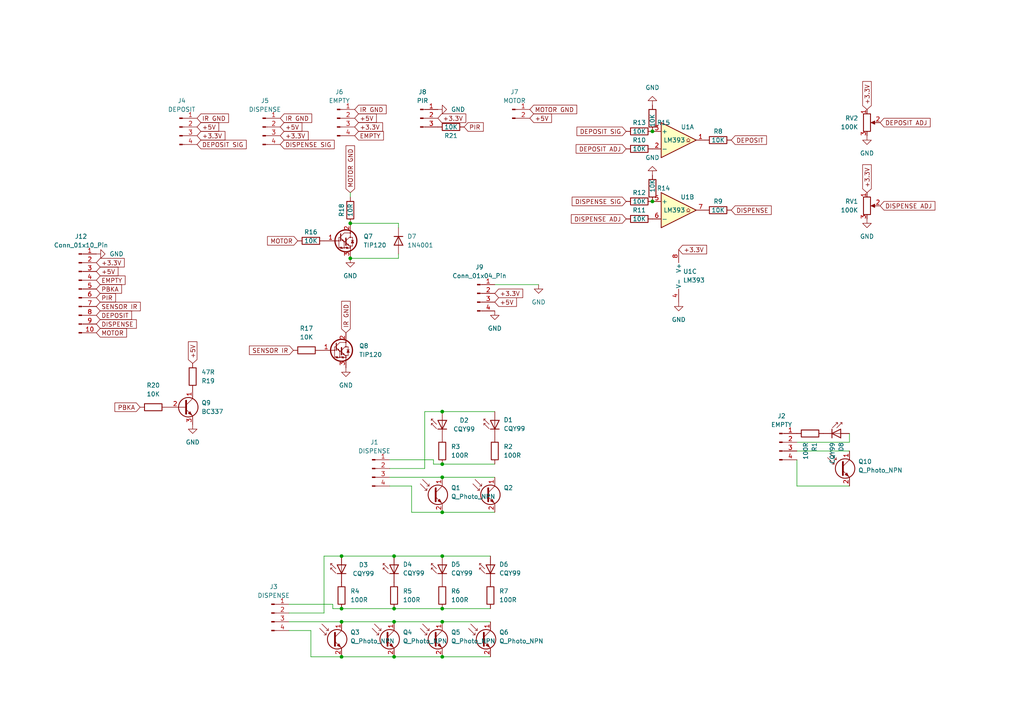
<source format=kicad_sch>
(kicad_sch (version 20230121) (generator eeschema)
  (paper "A4")
  (lib_symbols
    (symbol "Comparator:LM393" (pin_names (offset 0.127))
      (property "Reference" "U" (at 3.81 3.81 0))
      (property "Value" "LM393" (at 6.35 -3.81 0))
      (symbol "LM393_1_1"
        (polyline (pts (xy -5.08 5.08) (xy 5.08 0) (xy -5.08 -5.08) (xy -5.08 5.08)) (stroke (width 0.254)) (fill (type background)))
        (polyline (pts (xy 3.302 -0.508) (xy 2.794 -0.508) (xy 3.302 0) (xy 2.794 0.508) (xy 2.286 0) (xy 2.794 -0.508) (xy 2.286 -0.508)) (stroke (width 0.127)))
        (pin open_collector line (at 7.62 0 180) (length 2.54) (name "~") (number "1"))
        (pin input line (at -7.62 -2.54 0) (length 2.54) (name "-") (number "2"))
        (pin input line (at -7.62 2.54 0) (length 2.54) (name "+") (number "3"))
      )
      (symbol "LM393_2_1"
        (polyline (pts (xy -5.08 5.08) (xy 5.08 0) (xy -5.08 -5.08) (xy -5.08 5.08)) (stroke (width 0.254)) (fill (type background)))
        (polyline (pts (xy 3.302 -0.508) (xy 2.794 -0.508) (xy 3.302 0) (xy 2.794 0.508) (xy 2.286 0) (xy 2.794 -0.508) (xy 2.286 -0.508)) (stroke (width 0.127)))
        (pin input line (at -7.62 2.54 0) (length 2.54) (name "+") (number "5"))
        (pin input line (at -7.62 -2.54 0) (length 2.54) (name "-") (number "6"))
        (pin open_collector line (at 7.62 0 180) (length 2.54) (name "~") (number "7"))
      )
      (symbol "LM393_3_1"
        (pin power_in line (at -2.54 -7.62 90) (length 3.81) (name "V-") (number "4"))
        (pin power_in line (at -2.54 7.62 270) (length 3.81) (name "V+") (number "8"))
      )
    )
    (symbol "Connector:Conn_01x02_Pin" (pin_names (offset 1.016) hide)
      (property "Reference" "J" (at 0 2.54 0))
      (property "Value" "Conn_01x02_Pin" (at 0 -5.08 0))
      (symbol "Conn_01x02_Pin_1_1"
        (polyline (pts (xy 1.27 -2.54) (xy 0.8636 -2.54)) (stroke (width 0.1524)))
        (polyline (pts (xy 1.27 0) (xy 0.8636 0)) (stroke (width 0.1524)))
        (rectangle (start 0.8636 -2.413) (end 0 -2.667) (stroke (width 0.1524)) (fill (type outline)))
        (rectangle (start 0.8636 0.127) (end 0 -0.127) (stroke (width 0.1524)) (fill (type outline)))
        (pin passive line (at 5.08 0 180) (length 3.81) (name "Pin_1") (number "1"))
        (pin passive line (at 5.08 -2.54 180) (length 3.81) (name "Pin_2") (number "2"))
      )
    )
    (symbol "Connector:Conn_01x03_Pin" (pin_names (offset 1.016) hide)
      (property "Reference" "J" (at 0 5.08 0))
      (property "Value" "Conn_01x03_Pin" (at 0 -5.08 0))
      (symbol "Conn_01x03_Pin_1_1"
        (polyline (pts (xy 1.27 -2.54) (xy 0.8636 -2.54)) (stroke (width 0.1524)))
        (polyline (pts (xy 1.27 0) (xy 0.8636 0)) (stroke (width 0.1524)))
        (polyline (pts (xy 1.27 2.54) (xy 0.8636 2.54)) (stroke (width 0.1524)))
        (rectangle (start 0.8636 -2.413) (end 0 -2.667) (stroke (width 0.1524)) (fill (type outline)))
        (rectangle (start 0.8636 0.127) (end 0 -0.127) (stroke (width 0.1524)) (fill (type outline)))
        (rectangle (start 0.8636 2.667) (end 0 2.413) (stroke (width 0.1524)) (fill (type outline)))
        (pin passive line (at 5.08 2.54 180) (length 3.81) (name "Pin_1") (number "1"))
        (pin passive line (at 5.08 0 180) (length 3.81) (name "Pin_2") (number "2"))
        (pin passive line (at 5.08 -2.54 180) (length 3.81) (name "Pin_3") (number "3"))
      )
    )
    (symbol "Connector:Conn_01x04_Pin" (pin_names (offset 1.016) hide)
      (property "Reference" "J" (at 0 5.08 0))
      (property "Value" "Conn_01x04_Pin" (at 0 -7.62 0))
      (symbol "Conn_01x04_Pin_1_1"
        (polyline (pts (xy 1.27 -5.08) (xy 0.8636 -5.08)) (stroke (width 0.1524)))
        (polyline (pts (xy 1.27 -2.54) (xy 0.8636 -2.54)) (stroke (width 0.1524)))
        (polyline (pts (xy 1.27 0) (xy 0.8636 0)) (stroke (width 0.1524)))
        (polyline (pts (xy 1.27 2.54) (xy 0.8636 2.54)) (stroke (width 0.1524)))
        (rectangle (start 0.8636 -4.953) (end 0 -5.207) (stroke (width 0.1524)) (fill (type outline)))
        (rectangle (start 0.8636 -2.413) (end 0 -2.667) (stroke (width 0.1524)) (fill (type outline)))
        (rectangle (start 0.8636 0.127) (end 0 -0.127) (stroke (width 0.1524)) (fill (type outline)))
        (rectangle (start 0.8636 2.667) (end 0 2.413) (stroke (width 0.1524)) (fill (type outline)))
        (pin passive line (at 5.08 2.54 180) (length 3.81) (name "Pin_1") (number "1"))
        (pin passive line (at 5.08 0 180) (length 3.81) (name "Pin_2") (number "2"))
        (pin passive line (at 5.08 -2.54 180) (length 3.81) (name "Pin_3") (number "3"))
        (pin passive line (at 5.08 -5.08 180) (length 3.81) (name "Pin_4") (number "4"))
      )
    )
    (symbol "Connector:Conn_01x10_Pin" (pin_names (offset 1.016) hide)
      (property "Reference" "J" (at 0 12.7 0))
      (property "Value" "Conn_01x10_Pin" (at 0 -15.24 0))
      (symbol "Conn_01x10_Pin_1_1"
        (polyline (pts (xy 1.27 -12.7) (xy 0.8636 -12.7)) (stroke (width 0.1524)))
        (polyline (pts (xy 1.27 -10.16) (xy 0.8636 -10.16)) (stroke (width 0.1524)))
        (polyline (pts (xy 1.27 -7.62) (xy 0.8636 -7.62)) (stroke (width 0.1524)))
        (polyline (pts (xy 1.27 -5.08) (xy 0.8636 -5.08)) (stroke (width 0.1524)))
        (polyline (pts (xy 1.27 -2.54) (xy 0.8636 -2.54)) (stroke (width 0.1524)))
        (polyline (pts (xy 1.27 0) (xy 0.8636 0)) (stroke (width 0.1524)))
        (polyline (pts (xy 1.27 2.54) (xy 0.8636 2.54)) (stroke (width 0.1524)))
        (polyline (pts (xy 1.27 5.08) (xy 0.8636 5.08)) (stroke (width 0.1524)))
        (polyline (pts (xy 1.27 7.62) (xy 0.8636 7.62)) (stroke (width 0.1524)))
        (polyline (pts (xy 1.27 10.16) (xy 0.8636 10.16)) (stroke (width 0.1524)))
        (rectangle (start 0.8636 -12.573) (end 0 -12.827) (stroke (width 0.1524)) (fill (type outline)))
        (rectangle (start 0.8636 -10.033) (end 0 -10.287) (stroke (width 0.1524)) (fill (type outline)))
        (rectangle (start 0.8636 -7.493) (end 0 -7.747) (stroke (width 0.1524)) (fill (type outline)))
        (rectangle (start 0.8636 -4.953) (end 0 -5.207) (stroke (width 0.1524)) (fill (type outline)))
        (rectangle (start 0.8636 -2.413) (end 0 -2.667) (stroke (width 0.1524)) (fill (type outline)))
        (rectangle (start 0.8636 0.127) (end 0 -0.127) (stroke (width 0.1524)) (fill (type outline)))
        (rectangle (start 0.8636 2.667) (end 0 2.413) (stroke (width 0.1524)) (fill (type outline)))
        (rectangle (start 0.8636 5.207) (end 0 4.953) (stroke (width 0.1524)) (fill (type outline)))
        (rectangle (start 0.8636 7.747) (end 0 7.493) (stroke (width 0.1524)) (fill (type outline)))
        (rectangle (start 0.8636 10.287) (end 0 10.033) (stroke (width 0.1524)) (fill (type outline)))
        (pin passive line (at 5.08 10.16 180) (length 3.81) (name "Pin_1") (number "1"))
        (pin passive line (at 5.08 -12.7 180) (length 3.81) (name "Pin_10") (number "10"))
        (pin passive line (at 5.08 7.62 180) (length 3.81) (name "Pin_2") (number "2"))
        (pin passive line (at 5.08 5.08 180) (length 3.81) (name "Pin_3") (number "3"))
        (pin passive line (at 5.08 2.54 180) (length 3.81) (name "Pin_4") (number "4"))
        (pin passive line (at 5.08 0 180) (length 3.81) (name "Pin_5") (number "5"))
        (pin passive line (at 5.08 -2.54 180) (length 3.81) (name "Pin_6") (number "6"))
        (pin passive line (at 5.08 -5.08 180) (length 3.81) (name "Pin_7") (number "7"))
        (pin passive line (at 5.08 -7.62 180) (length 3.81) (name "Pin_8") (number "8"))
        (pin passive line (at 5.08 -10.16 180) (length 3.81) (name "Pin_9") (number "9"))
      )
    )
    (symbol "Device:Q_Photo_NPN" (pin_names (offset 0) hide)
      (property "Reference" "Q" (at 5.08 1.27 0))
      (property "Value" "Q_Photo_NPN" (at 5.08 -1.27 0))
      (symbol "Q_Photo_NPN_0_1"
        (polyline (pts (xy -1.905 1.27) (xy -2.54 1.27)))
        (polyline (pts (xy -1.27 2.54) (xy -1.905 2.54)))
        (polyline (pts (xy 0.635 0.635) (xy 2.54 2.54)))
        (polyline (pts (xy -3.81 3.175) (xy -1.905 1.27) (xy -1.905 1.905)))
        (polyline (pts (xy -3.175 4.445) (xy -1.27 2.54) (xy -1.27 3.175)))
        (polyline (pts (xy 0.635 -0.635) (xy 2.54 -2.54) (xy 2.54 -2.54)))
        (polyline (pts (xy 0.635 1.905) (xy 0.635 -1.905) (xy 0.635 -1.905)) (stroke (width 0.508)))
        (polyline (pts (xy 1.27 -1.778) (xy 1.778 -1.27) (xy 2.286 -2.286) (xy 1.27 -1.778) (xy 1.27 -1.778)) (fill (type outline)))
        (circle (center 1.27 0) (radius 2.8194) (stroke (width 0.254)))
      )
      (symbol "Q_Photo_NPN_1_1"
        (pin passive line (at 2.54 5.08 270) (length 2.54) (name "C") (number "1"))
        (pin passive line (at 2.54 -5.08 90) (length 2.54) (name "E") (number "2"))
      )
    )
    (symbol "Device:R" (pin_numbers hide) (pin_names (offset 0))
      (property "Reference" "R" (at 2.032 0 90))
      (property "Value" "R" (at 0 0 90))
      (symbol "R_0_1"
        (rectangle (start -1.016 -2.54) (end 1.016 2.54) (stroke (width 0.254)))
      )
      (symbol "R_1_1"
        (pin passive line (at 0 3.81 270) (length 1.27) (name "~") (number "1"))
        (pin passive line (at 0 -3.81 90) (length 1.27) (name "~") (number "2"))
      )
    )
    (symbol "Device:R_Potentiometer" (pin_names (offset 1.016) hide)
      (property "Reference" "RV" (at -4.445 0 90))
      (property "Value" "R_Potentiometer" (at -2.54 0 90))
      (symbol "R_Potentiometer_0_1"
        (polyline (pts (xy 2.54 0) (xy 1.524 0)))
        (polyline (pts (xy 1.143 0) (xy 2.286 0.508) (xy 2.286 -0.508) (xy 1.143 0)) (fill (type outline)))
        (rectangle (start 1.016 2.54) (end -1.016 -2.54) (stroke (width 0.254)))
      )
      (symbol "R_Potentiometer_1_1"
        (pin passive line (at 0 3.81 270) (length 1.27) (name "1") (number "1"))
        (pin passive line (at 3.81 0 180) (length 1.27) (name "2") (number "2"))
        (pin passive line (at 0 -3.81 90) (length 1.27) (name "3") (number "3"))
      )
    )
    (symbol "Diode:1N4001" (pin_numbers hide) (pin_names hide)
      (property "Reference" "D" (at 0 2.54 0))
      (property "Value" "1N4001" (at 0 -2.54 0))
      (symbol "1N4001_0_1"
        (polyline (pts (xy -1.27 1.27) (xy -1.27 -1.27)) (stroke (width 0.254)))
        (polyline (pts (xy 1.27 0) (xy -1.27 0)))
        (polyline (pts (xy 1.27 1.27) (xy 1.27 -1.27) (xy -1.27 0) (xy 1.27 1.27)) (stroke (width 0.254)))
      )
      (symbol "1N4001_1_1"
        (pin passive line (at -3.81 0 0) (length 2.54) (name "K") (number "1"))
        (pin passive line (at 3.81 0 180) (length 2.54) (name "A") (number "2"))
      )
    )
    (symbol "LED:CQY99" (pin_numbers hide) (pin_names (offset 1.016) hide)
      (property "Reference" "D" (at 0.508 1.778 0))
      (property "Value" "CQY99" (at -1.016 -2.794 0))
      (symbol "CQY99_0_1"
        (polyline (pts (xy -2.54 1.27) (xy -2.54 -1.27)) (stroke (width 0.254)))
        (polyline (pts (xy 0 0) (xy -2.54 0)))
        (polyline (pts (xy 0.381 3.175) (xy -0.127 3.175)))
        (polyline (pts (xy -1.143 1.651) (xy 0.381 3.175) (xy 0.381 2.667)))
        (polyline (pts (xy 0 -1.27) (xy -2.54 0) (xy 0 1.27) (xy 0 -1.27)) (stroke (width 0.254)))
        (polyline (pts (xy -2.413 1.651) (xy -0.889 3.175) (xy -0.889 2.667) (xy -0.889 3.175) (xy -1.397 3.175)))
      )
      (symbol "CQY99_1_1"
        (pin passive line (at -5.08 0 0) (length 2.54) (name "K") (number "1"))
        (pin passive line (at 2.54 0 180) (length 2.54) (name "A") (number "2"))
      )
    )
    (symbol "Transistor_BJT:BC337" (pin_names (offset 0) hide)
      (property "Reference" "Q" (at 5.08 1.905 0))
      (property "Value" "BC337" (at 5.08 0 0))
      (symbol "BC337_0_1"
        (polyline (pts (xy 0 0) (xy 0.635 0)))
        (polyline (pts (xy 0.635 0.635) (xy 2.54 2.54)))
        (polyline (pts (xy 0.635 -0.635) (xy 2.54 -2.54) (xy 2.54 -2.54)))
        (polyline (pts (xy 0.635 1.905) (xy 0.635 -1.905) (xy 0.635 -1.905)) (stroke (width 0.508)))
        (polyline (pts (xy 1.27 -1.778) (xy 1.778 -1.27) (xy 2.286 -2.286) (xy 1.27 -1.778) (xy 1.27 -1.778)) (fill (type outline)))
        (circle (center 1.27 0) (radius 2.8194) (stroke (width 0.254)))
      )
      (symbol "BC337_1_1"
        (pin passive line (at 2.54 5.08 270) (length 2.54) (name "C") (number "1"))
        (pin input line (at -5.08 0 0) (length 5.08) (name "B") (number "2"))
        (pin passive line (at 2.54 -5.08 90) (length 2.54) (name "E") (number "3"))
      )
    )
    (symbol "Transistor_BJT:TIP120" (pin_names (offset 0) hide)
      (property "Reference" "Q" (at 5.08 1.905 0))
      (property "Value" "TIP120" (at 5.08 0 0))
      (symbol "TIP120_0_1"
        (circle (center -0.762 0) (radius 0.127))
        (polyline (pts (xy -1.27 0) (xy -0.889 0)))
        (polyline (pts (xy 2.54 -2.032) (xy 2.54 -2.54)))
        (polyline (pts (xy 2.54 -1.524) (xy 3.175 -1.524)))
        (polyline (pts (xy 2.794 0.127) (xy 3.556 0.127)))
        (polyline (pts (xy 3.175 -0.635) (xy 3.175 -1.524)))
        (polyline (pts (xy 3.175 1.016) (xy 2.54 1.016)))
        (polyline (pts (xy 3.175 1.016) (xy 3.175 0.127)))
        (polyline (pts (xy -0.254 0.762) (xy 0.762 -0.254) (xy 1.27 -0.254)))
        (polyline (pts (xy -0.254 1.016) (xy -0.762 1.016) (xy -0.762 -2.032)))
        (polyline (pts (xy -0.254 1.27) (xy 0.762 2.286) (xy 2.54 2.286)))
        (polyline (pts (xy -0.254 2.032) (xy -0.254 0) (xy -0.254 0)) (stroke (width 0.3048)))
        (polyline (pts (xy 1.27 0.762) (xy 1.27 -1.27) (xy 1.27 -1.27)) (stroke (width 0.381)))
        (polyline (pts (xy 0.635 -0.127) (xy 0.381 0.381) (xy 0.127 0.127) (xy 0.635 -0.127)))
        (polyline (pts (xy 1.27 -0.508) (xy 2.286 -1.524) (xy 2.54 -1.524) (xy 2.54 -2.032)))
        (polyline (pts (xy 1.27 0) (xy 2.286 1.016) (xy 2.54 1.016) (xy 2.54 2.286)))
        (polyline (pts (xy 2.159 -1.397) (xy 1.905 -0.889) (xy 1.651 -1.143) (xy 2.159 -1.397)))
        (polyline (pts (xy 3.175 0.127) (xy 2.794 -0.635) (xy 3.556 -0.635) (xy 3.175 0.127)) (fill (type outline)))
        (polyline (pts (xy 0.762 -2.032) (xy 0.381 -2.032) (xy 0.254 -2.286) (xy 0.127 -1.778) (xy 0 -2.286) (xy -0.127 -1.778) (xy -0.254 -2.286) (xy -0.381 -1.778) (xy -0.508 -2.032) (xy -0.762 -2.032)))
        (polyline (pts (xy 0.762 -0.254) (xy 0.762 -2.032) (xy 1.143 -2.032) (xy 1.27 -1.778) (xy 1.397 -2.286) (xy 1.524 -1.778) (xy 1.651 -2.286) (xy 1.778 -1.778) (xy 1.905 -2.286) (xy 2.032 -2.032) (xy 2.54 -2.032)))
        (circle (center 0.762 -2.032) (radius 0.127))
        (circle (center 0.762 -0.254) (radius 0.127))
        (circle (center 1.27 0) (radius 3.175) (stroke (width 0.3556)))
        (circle (center 2.54 -2.032) (radius 0.127))
        (circle (center 2.54 -1.524) (radius 0.127))
        (circle (center 2.54 1.016) (radius 0.127))
        (circle (center 2.54 2.286) (radius 0.127))
      )
      (symbol "TIP120_1_1"
        (pin input line (at -5.08 0 0) (length 3.81) (name "B") (number "1"))
        (pin passive line (at 2.54 5.08 270) (length 2.667) (name "C") (number "2"))
        (pin passive line (at 2.54 -5.08 90) (length 2.54) (name "E") (number "3"))
      )
    )
    (symbol "power:GND" (power) (pin_names (offset 0))
      (property "Value" "GND" (at 0 -3.81 0))
      (symbol "GND_0_1"
        (polyline (pts (xy 0 0) (xy 0 -1.27) (xy 1.27 -1.27) (xy 0 -2.54) (xy -1.27 -1.27) (xy 0 -1.27)))
      )
      (symbol "GND_1_1"
        (pin power_in line (at 0 0 270) (length 0) hide (name "GND") (number "1"))
      )
    )
  )
  (junction (at 114.3 176.53))
  (junction (at 128.27 161.29))
  (junction (at 128.27 176.53))
  (junction (at 128.27 190.5))
  (junction (at 114.3 161.29))
  (junction (at 128.27 138.43))
  (junction (at 99.06 161.29))
  (junction (at 128.27 119.38))
  (junction (at 128.27 148.59))
  (junction (at 101.6 74.93))
  (junction (at 189.23 58.42))
  (junction (at 99.06 190.5))
  (junction (at 128.27 180.34))
  (junction (at 99.06 176.53))
  (junction (at 114.3 180.34))
  (junction (at 101.6 64.77))
  (junction (at 128.27 134.62))
  (junction (at 114.3 190.5))
  (junction (at 99.06 180.34))
  (junction (at 189.23 38.1))
  (wire (pts (xy 83.82 182.88) (xy 90.17 182.88)))
  (wire (pts (xy 101.6 74.93) (xy 115.57 74.93)))
  (wire (pts (xy 113.03 135.89) (xy 123.19 135.89)))
  (wire (pts (xy 231.14 140.97) (xy 246.38 140.97)))
  (wire (pts (xy 115.57 64.77) (xy 101.6 64.77)))
  (wire (pts (xy 125.73 133.35) (xy 125.73 134.62)))
  (wire (pts (xy 128.27 190.5) (xy 142.24 190.5)))
  (wire (pts (xy 99.06 176.53) (xy 114.3 176.53)))
  (wire (pts (xy 231.14 133.35) (xy 231.14 140.97)))
  (wire (pts (xy 99.06 161.29) (xy 114.3 161.29)))
  (wire (pts (xy 115.57 66.04) (xy 115.57 64.77)))
  (wire (pts (xy 231.14 130.81) (xy 246.38 130.81)))
  (wire (pts (xy 96.52 176.53) (xy 99.06 176.53)))
  (wire (pts (xy 93.98 161.29) (xy 99.06 161.29)))
  (wire (pts (xy 99.06 190.5) (xy 114.3 190.5)))
  (wire (pts (xy 83.82 175.26) (xy 96.52 175.26)))
  (wire (pts (xy 96.52 175.26) (xy 96.52 176.53)))
  (wire (pts (xy 113.03 140.97) (xy 119.38 140.97)))
  (wire (pts (xy 123.19 135.89) (xy 123.19 119.38)))
  (wire (pts (xy 119.38 148.59) (xy 128.27 148.59)))
  (wire (pts (xy 128.27 161.29) (xy 142.24 161.29)))
  (wire (pts (xy 90.17 182.88) (xy 90.17 190.5)))
  (wire (pts (xy 231.14 128.27) (xy 246.38 128.27)))
  (wire (pts (xy 113.03 138.43) (xy 128.27 138.43)))
  (wire (pts (xy 128.27 148.59) (xy 143.51 148.59)))
  (wire (pts (xy 101.6 55.88) (xy 101.6 57.15)))
  (wire (pts (xy 114.3 176.53) (xy 128.27 176.53)))
  (wire (pts (xy 83.82 180.34) (xy 99.06 180.34)))
  (wire (pts (xy 114.3 190.5) (xy 128.27 190.5)))
  (wire (pts (xy 90.17 190.5) (xy 99.06 190.5)))
  (wire (pts (xy 99.06 180.34) (xy 114.3 180.34)))
  (wire (pts (xy 114.3 161.29) (xy 128.27 161.29)))
  (wire (pts (xy 128.27 119.38) (xy 143.51 119.38)))
  (wire (pts (xy 113.03 133.35) (xy 125.73 133.35)))
  (wire (pts (xy 123.19 119.38) (xy 128.27 119.38)))
  (wire (pts (xy 83.82 177.8) (xy 93.98 177.8)))
  (wire (pts (xy 246.38 125.73) (xy 246.38 128.27)))
  (wire (pts (xy 93.98 177.8) (xy 93.98 161.29)))
  (wire (pts (xy 128.27 134.62) (xy 143.51 134.62)))
  (wire (pts (xy 125.73 134.62) (xy 128.27 134.62)))
  (wire (pts (xy 119.38 140.97) (xy 119.38 148.59)))
  (wire (pts (xy 114.3 180.34) (xy 128.27 180.34)))
  (wire (pts (xy 143.51 82.55) (xy 156.21 82.55)))
  (wire (pts (xy 115.57 74.93) (xy 115.57 73.66)))
  (wire (pts (xy 128.27 138.43) (xy 143.51 138.43)))
  (wire (pts (xy 128.27 180.34) (xy 142.24 180.34)))
  (wire (pts (xy 128.27 176.53) (xy 142.24 176.53)))
  (global_label "+3.3V" (shape input) (at 143.51 85.09 0) (property "Intersheetrefs" "${INTERSHEET_REFS}" (effects hide)))
  (global_label "DISPENSE SIG" (shape input) (at 81.28 41.91 0) (property "Intersheetrefs" "${INTERSHEET_REFS}" (effects hide)))
  (global_label "EMPTY" (shape input) (at 27.94 81.28 0) (property "Intersheetrefs" "${INTERSHEET_REFS}" (effects hide)))
  (global_label "IR GND" (shape input) (at 102.87 31.75 0) (property "Intersheetrefs" "${INTERSHEET_REFS}" (effects hide)))
  (global_label "MOTOR GND" (shape input) (at 153.67 31.75 0) (property "Intersheetrefs" "${INTERSHEET_REFS}" (effects hide)))
  (global_label "DISPENSE SIG" (shape input) (at 181.61 58.42 180) (property "Intersheetrefs" "${INTERSHEET_REFS}" (effects hide)))
  (global_label "DEPOSIT ADJ" (shape input) (at 181.61 43.18 180) (property "Intersheetrefs" "${INTERSHEET_REFS}" (effects hide)))
  (global_label "+5V" (shape input) (at 153.67 34.29 0) (property "Intersheetrefs" "${INTERSHEET_REFS}" (effects hide)))
  (global_label "MOTOR" (shape input) (at 27.94 96.52 0) (property "Intersheetrefs" "${INTERSHEET_REFS}" (effects hide)))
  (global_label "+3.3V" (shape input) (at 102.87 36.83 0) (property "Intersheetrefs" "${INTERSHEET_REFS}" (effects hide)))
  (global_label "+3.3V" (shape input) (at 57.15 39.37 0) (property "Intersheetrefs" "${INTERSHEET_REFS}" (effects hide)))
  (global_label "MOTOR GND" (shape input) (at 101.6 55.88 90) (property "Intersheetrefs" "${INTERSHEET_REFS}" (effects hide)))
  (global_label "IR GND" (shape input) (at 57.15 34.29 0) (property "Intersheetrefs" "${INTERSHEET_REFS}" (effects hide)))
  (global_label "+3.3V" (shape input) (at 251.46 31.75 90) (property "Intersheetrefs" "${INTERSHEET_REFS}" (effects hide)))
  (global_label "+5V" (shape input) (at 55.88 105.41 90) (property "Intersheetrefs" "${INTERSHEET_REFS}" (effects hide)))
  (global_label "+5V" (shape input) (at 81.28 36.83 0) (property "Intersheetrefs" "${INTERSHEET_REFS}" (effects hide)))
  (global_label "PIR" (shape input) (at 27.94 86.36 0) (property "Intersheetrefs" "${INTERSHEET_REFS}" (effects hide)))
  (global_label "DISPENSE ADJ" (shape input) (at 255.27 59.69 0) (property "Intersheetrefs" "${INTERSHEET_REFS}" (effects hide)))
  (global_label "DISPENSE ADJ" (shape input) (at 181.61 63.5 180) (property "Intersheetrefs" "${INTERSHEET_REFS}" (effects hide)))
  (global_label "DEPOSIT SIG" (shape input) (at 57.15 41.91 0) (property "Intersheetrefs" "${INTERSHEET_REFS}" (effects hide)))
  (global_label "+5V" (shape input) (at 143.51 87.63 0) (property "Intersheetrefs" "${INTERSHEET_REFS}" (effects hide)))
  (global_label "DEPOSIT SIG" (shape input) (at 181.61 38.1 180) (property "Intersheetrefs" "${INTERSHEET_REFS}" (effects hide)))
  (global_label "PBKA" (shape input) (at 27.94 83.82 0) (property "Intersheetrefs" "${INTERSHEET_REFS}" (effects hide)))
  (global_label "EMPTY" (shape input) (at 102.87 39.37 0) (property "Intersheetrefs" "${INTERSHEET_REFS}" (effects hide)))
  (global_label "+5V" (shape input) (at 57.15 36.83 0) (property "Intersheetrefs" "${INTERSHEET_REFS}" (effects hide)))
  (global_label "PIR" (shape input) (at 134.62 36.83 0) (property "Intersheetrefs" "${INTERSHEET_REFS}" (effects hide)))
  (global_label "DISPENSE" (shape input) (at 212.09 60.96 0) (property "Intersheetrefs" "${INTERSHEET_REFS}" (effects hide)))
  (global_label "DEPOSIT" (shape input) (at 27.94 91.44 0) (property "Intersheetrefs" "${INTERSHEET_REFS}" (effects hide)))
  (global_label "SENSOR IR" (shape input) (at 85.09 101.6 180) (property "Intersheetrefs" "${INTERSHEET_REFS}" (effects hide)))
  (global_label "DEPOSIT" (shape input) (at 212.09 40.64 0) (property "Intersheetrefs" "${INTERSHEET_REFS}" (effects hide)))
  (global_label "+5V" (shape input) (at 27.94 78.74 0) (property "Intersheetrefs" "${INTERSHEET_REFS}" (effects hide)))
  (global_label "+3.3V" (shape input) (at 27.94 76.2 0) (property "Intersheetrefs" "${INTERSHEET_REFS}" (effects hide)))
  (global_label "+3.3V" (shape input) (at 127 34.29 0) (property "Intersheetrefs" "${INTERSHEET_REFS}" (effects hide)))
  (global_label "PBKA" (shape input) (at 40.64 118.11 180) (property "Intersheetrefs" "${INTERSHEET_REFS}" (effects hide)))
  (global_label "DISPENSE" (shape input) (at 27.94 93.98 0) (property "Intersheetrefs" "${INTERSHEET_REFS}" (effects hide)))
  (global_label "+3.3V" (shape input) (at 251.46 55.88 90) (property "Intersheetrefs" "${INTERSHEET_REFS}" (effects hide)))
  (global_label "IR GND" (shape input) (at 100.33 96.52 90) (property "Intersheetrefs" "${INTERSHEET_REFS}" (effects hide)))
  (global_label "+3.3V" (shape input) (at 196.85 72.39 0) (property "Intersheetrefs" "${INTERSHEET_REFS}" (effects hide)))
  (global_label "+5V" (shape input) (at 102.87 34.29 0) (property "Intersheetrefs" "${INTERSHEET_REFS}" (effects hide)))
  (global_label "MOTOR" (shape input) (at 86.36 69.85 180) (property "Intersheetrefs" "${INTERSHEET_REFS}" (effects hide)))
  (global_label "SENSOR IR" (shape input) (at 27.94 88.9 0) (property "Intersheetrefs" "${INTERSHEET_REFS}" (effects hide)))
  (global_label "DEPOSIT ADJ" (shape input) (at 255.27 35.56 0) (property "Intersheetrefs" "${INTERSHEET_REFS}" (effects hide)))
  (global_label "IR GND" (shape input) (at 81.28 34.29 0) (property "Intersheetrefs" "${INTERSHEET_REFS}" (effects hide)))
  (global_label "+3.3V" (shape input) (at 81.28 39.37 0) (property "Intersheetrefs" "${INTERSHEET_REFS}" (effects hide)))
  (symbol (lib_id "Device:R") (at 143.51 130.81 0) (unit 1)
    (property "Reference" "R2" (at 146.05 129.54 0) (effects (justify left)))
    (property "Value" "100R" (at 146.05 132.08 0) (effects (justify left)))
    (property "Footprint" "Resistor_THT:R_Axial_DIN0207_L6.3mm_D2.5mm_P2.54mm_Vertical" (effects hide))
  )
  (symbol (lib_id "power:GND") (at 100.33 106.68 0) (unit 1)
    (property "Reference" "#PWR02" (effects hide))
    (property "Value" "GND" (at 100.33 111.76 0))
  )
  (symbol (lib_id "Comparator:LM393") (at 196.85 40.64 0) (unit 1)
    (property "Reference" "U1" (at 199.39 36.83 0))
    (property "Value" "LM393" (at 195.58 40.64 0))
    (property "Footprint" "Package_DIP:DIP-8_W7.62mm" (effects hide))
    (property "Datasheet" "http://www.ti.com/lit/ds/symlink/lm393.pdf" (effects hide))
  )
  (symbol (lib_id "Device:R") (at 208.28 60.96 270) (mirror x) (unit 1)
    (property "Reference" "R9" (at 208.28 58.42 90))
    (property "Value" "10K" (at 208.28 60.96 90))
    (property "Footprint" "Resistor_THT:R_Axial_DIN0207_L6.3mm_D2.5mm_P2.54mm_Vertical" (effects hide))
  )
  (symbol (lib_id "Device:R") (at 234.95 125.73 270) (unit 1)
    (property "Reference" "R1" (at 236.22 128.27 0) (effects (justify left)))
    (property "Value" "100R" (at 233.68 128.27 0) (effects (justify left)))
    (property "Footprint" "Resistor_THT:R_Axial_DIN0207_L6.3mm_D2.5mm_P2.54mm_Vertical" (effects hide))
  )
  (symbol (lib_id "Device:R") (at 185.42 43.18 90) (mirror x) (unit 1)
    (property "Reference" "R10" (at 185.42 40.64 90))
    (property "Value" "10K" (at 185.42 43.18 90))
    (property "Footprint" "Resistor_THT:R_Axial_DIN0207_L6.3mm_D2.5mm_P2.54mm_Vertical" (effects hide))
  )
  (symbol (lib_id "Device:Q_Photo_NPN") (at 140.97 143.51 0) (unit 1)
    (property "Reference" "Q2" (at 146.05 141.4907 0) (effects (justify left)))
    (property "Value" "Q_Photo_NPN" (effects hide))
    (property "Footprint" "LED_THT:LED_D5.0mm_IRBlack" (effects hide))
  )
  (symbol (lib_id "Transistor_BJT:BC337") (at 53.34 118.11 0) (unit 1)
    (property "Reference" "Q9" (at 58.42 116.84 0) (effects (justify left)))
    (property "Value" "BC337" (at 58.42 119.38 0) (effects (justify left)))
    (property "Footprint" "Package_TO_SOT_THT:TO-92_Inline_Wide" (effects hide))
    (property "Datasheet" "https://diotec.com/tl_files/diotec/files/pdf/datasheets/bc337.pdf" (effects hide))
  )
  (symbol (lib_id "Device:Q_Photo_NPN") (at 139.7 185.42 0) (unit 1)
    (property "Reference" "Q6" (at 144.78 183.4007 0) (effects (justify left)))
    (property "Value" "Q_Photo_NPN" (at 144.78 185.9407 0) (effects (justify left)))
    (property "Footprint" "LED_THT:LED_D5.0mm_IRBlack" (effects hide))
  )
  (symbol (lib_id "Device:R") (at 208.28 40.64 90) (unit 1)
    (property "Reference" "R8" (at 208.28 38.1 90))
    (property "Value" "10K" (at 208.28 40.64 90))
    (property "Footprint" "Resistor_THT:R_Axial_DIN0207_L6.3mm_D2.5mm_P2.54mm_Vertical" (effects hide))
  )
  (symbol (lib_id "Device:R") (at 142.24 172.72 0) (unit 1)
    (property "Reference" "R7" (at 144.78 171.45 0) (effects (justify left)))
    (property "Value" "100R" (at 144.78 173.99 0) (effects (justify left)))
    (property "Footprint" "Resistor_THT:R_Axial_DIN0207_L6.3mm_D2.5mm_P2.54mm_Vertical" (effects hide))
  )
  (symbol (lib_id "Transistor_BJT:TIP120") (at 99.06 69.85 0) (unit 1)
    (property "Reference" "Q7" (at 105.41 68.58 0) (effects (justify left)))
    (property "Value" "TIP120" (at 105.41 71.12 0) (effects (justify left)))
    (property "Footprint" "Package_TO_SOT_THT:TO-220-3_Vertical" (effects hide))
    (property "Datasheet" "https://www.onsemi.com/pub/Collateral/TIP120-D.PDF" (effects hide))
  )
  (symbol (lib_id "LED:CQY99") (at 142.24 163.83 90) (unit 1)
    (property "Reference" "D6" (at 144.78 163.703 90) (effects (justify right)))
    (property "Value" "CQY99" (at 144.78 166.243 90) (effects (justify right)))
    (property "Footprint" "LED_THT:LED_D5.0mm_IRGrey" (effects hide))
    (property "Datasheet" "https://www.prtice.info/IMG/pdf/CQY99.pdf" (effects hide))
  )
  (symbol (lib_id "Device:R") (at 189.23 34.29 0) (mirror x) (unit 1)
    (property "Reference" "R15" (at 190.5 35.56 0) (effects (justify left)))
    (property "Value" "10K" (at 189.23 33.02 90) (effects (justify left)))
    (property "Footprint" "Resistor_THT:R_Axial_DIN0207_L6.3mm_D2.5mm_P2.54mm_Vertical" (effects hide))
  )
  (symbol (lib_id "Connector:Conn_01x04_Pin") (at 138.43 85.09 0) (unit 1)
    (property "Reference" "J9" (at 139.065 77.47 0))
    (property "Value" "Conn_01x04_Pin" (at 139.065 80.01 0))
    (property "Footprint" "Connector_PinHeader_2.54mm:PinHeader_1x04_P2.54mm_Vertical" (effects hide))
  )
  (symbol (lib_id "Device:R") (at 185.42 63.5 90) (mirror x) (unit 1)
    (property "Reference" "R11" (at 185.42 60.96 90))
    (property "Value" "10K" (at 185.42 63.5 90))
    (property "Footprint" "Resistor_THT:R_Axial_DIN0207_L6.3mm_D2.5mm_P2.54mm_Vertical" (effects hide))
  )
  (symbol (lib_id "Device:Q_Photo_NPN") (at 125.73 185.42 0) (unit 1)
    (property "Reference" "Q5" (at 130.81 183.4007 0) (effects (justify left)))
    (property "Value" "Q_Photo_NPN" (at 130.81 185.9407 0) (effects (justify left)))
    (property "Footprint" "LED_THT:LED_D5.0mm_IRBlack" (effects hide))
  )
  (symbol (lib_id "Comparator:LM393") (at 199.39 80.01 0) (unit 3)
    (property "Reference" "U1" (at 198.12 78.74 0) (effects (justify left)))
    (property "Value" "LM393" (at 198.12 81.28 0) (effects (justify left)))
    (property "Footprint" "Package_DIP:DIP-8_W7.62mm" (effects hide))
    (property "Datasheet" "http://www.ti.com/lit/ds/symlink/lm393.pdf" (effects hide))
  )
  (symbol (lib_id "LED:CQY99") (at 243.84 125.73 0) (unit 1)
    (property "Reference" "D8" (at 243.967 128.27 90) (effects (justify right)))
    (property "Value" "CQY99" (at 241.427 128.27 90) (effects (justify right)))
    (property "Footprint" "LED_THT:LED_D5.0mm_IRGrey" (effects hide))
    (property "Datasheet" "https://www.prtice.info/IMG/pdf/CQY99.pdf" (effects hide))
  )
  (symbol (lib_id "LED:CQY99") (at 128.27 163.83 90) (unit 1)
    (property "Reference" "D5" (at 130.81 163.703 90) (effects (justify right)))
    (property "Value" "CQY99" (at 130.81 166.243 90) (effects (justify right)))
    (property "Footprint" "LED_THT:LED_D5.0mm_IRGrey" (effects hide))
    (property "Datasheet" "https://www.prtice.info/IMG/pdf/CQY99.pdf" (effects hide))
  )
  (symbol (lib_id "Device:R") (at 88.9 101.6 270) (unit 1)
    (property "Reference" "R17" (at 88.9 95.25 90))
    (property "Value" "10K" (at 88.9 97.79 90))
    (property "Footprint" "Resistor_THT:R_Axial_DIN0207_L6.3mm_D2.5mm_P2.54mm_Vertical" (effects hide))
  )
  (symbol (lib_id "power:GND") (at 189.23 50.8 180) (unit 1)
    (property "Reference" "#PWR08" (effects hide))
    (property "Value" "GND" (at 189.23 45.72 0))
  )
  (symbol (lib_id "LED:CQY99") (at 143.51 121.92 90) (unit 1)
    (property "Reference" "D1" (at 146.05 121.793 90) (effects (justify right)))
    (property "Value" "CQY99" (at 146.05 124.333 90) (effects (justify right)))
    (property "Footprint" "LED_THT:LED_D5.0mm_IRGrey" (effects hide))
    (property "Datasheet" "https://www.prtice.info/IMG/pdf/CQY99.pdf" (effects hide))
  )
  (symbol (lib_id "Device:Q_Photo_NPN") (at 111.76 185.42 0) (unit 1)
    (property "Reference" "Q4" (at 116.84 183.4007 0) (effects (justify left)))
    (property "Value" "Q_Photo_NPN" (at 116.84 185.9407 0) (effects (justify left)))
    (property "Footprint" "LED_THT:LED_D5.0mm_IRBlack" (effects hide))
  )
  (symbol (lib_id "power:GND") (at 251.46 39.37 0) (unit 1)
    (property "Reference" "#PWR012" (effects hide))
    (property "Value" "GND" (at 251.46 44.45 0))
  )
  (symbol (lib_id "Device:R_Potentiometer") (at 251.46 35.56 0) (unit 1)
    (property "Reference" "RV2" (at 248.92 34.29 0) (effects (justify right)))
    (property "Value" "100K" (at 248.92 36.83 0) (effects (justify right)))
    (property "Footprint" "Potentiometer_THT:Potentiometer_Piher_PT-15-V02_Vertical" (effects hide))
  )
  (symbol (lib_id "Transistor_BJT:TIP120") (at 97.79 101.6 0) (unit 1)
    (property "Reference" "Q8" (at 104.14 100.33 0) (effects (justify left)))
    (property "Value" "TIP120" (at 104.14 102.87 0) (effects (justify left)))
    (property "Footprint" "Package_TO_SOT_THT:TO-220-3_Vertical" (effects hide))
    (property "Datasheet" "https://www.onsemi.com/pub/Collateral/TIP120-D.PDF" (effects hide))
  )
  (symbol (lib_id "power:GND") (at 156.21 82.55 0) (unit 1)
    (property "Reference" "#PWR06" (effects hide))
    (property "Value" "GND" (at 156.21 87.63 0))
  )
  (symbol (lib_id "Connector:Conn_01x04_Pin") (at 97.79 34.29 0) (unit 1)
    (property "Reference" "J6" (at 98.425 26.67 0))
    (property "Value" "EMPTY" (at 98.425 29.21 0))
    (property "Footprint" "Connector_PinHeader_2.54mm:PinHeader_1x04_P2.54mm_Vertical" (effects hide))
  )
  (symbol (lib_id "LED:CQY99") (at 128.27 121.92 90) (unit 1)
    (property "Reference" "D2" (at 134.62 121.92 90))
    (property "Value" "CQY99" (at 134.62 124.46 90))
    (property "Footprint" "LED_THT:LED_D5.0mm_IRGrey" (effects hide))
    (property "Datasheet" "https://www.prtice.info/IMG/pdf/CQY99.pdf" (effects hide))
  )
  (symbol (lib_id "Device:R") (at 189.23 54.61 0) (unit 1)
    (property "Reference" "R14" (at 190.5 54.61 0) (effects (justify left)))
    (property "Value" "10K" (at 189.23 55.88 90) (effects (justify left)))
    (property "Footprint" "Resistor_THT:R_Axial_DIN0207_L6.3mm_D2.5mm_P2.54mm_Vertical" (effects hide))
  )
  (symbol (lib_id "Device:Q_Photo_NPN") (at 243.84 135.89 0) (unit 1)
    (property "Reference" "Q10" (at 248.92 133.8707 0) (effects (justify left)))
    (property "Value" "Q_Photo_NPN" (at 248.92 136.4107 0) (effects (justify left)))
    (property "Footprint" "LED_THT:LED_D5.0mm_IRBlack" (effects hide))
  )
  (symbol (lib_id "Device:R") (at 130.81 36.83 270) (unit 1)
    (property "Reference" "R21" (at 130.81 39.37 90))
    (property "Value" "10K" (at 130.81 36.83 90))
    (property "Footprint" "Resistor_THT:R_Axial_DIN0207_L6.3mm_D2.5mm_P2.54mm_Vertical" (effects hide))
  )
  (symbol (lib_id "Connector:Conn_01x10_Pin") (at 22.86 83.82 0) (unit 1)
    (property "Reference" "J12" (at 23.495 68.58 0))
    (property "Value" "Conn_01x10_Pin" (at 23.495 71.12 0))
    (property "Footprint" "Connector_PinHeader_2.54mm:PinHeader_1x10_P2.54mm_Vertical" (effects hide))
  )
  (symbol (lib_id "Device:Q_Photo_NPN") (at 125.73 143.51 0) (unit 1)
    (property "Reference" "Q1" (at 130.81 141.4907 0) (effects (justify left)))
    (property "Value" "Q_Photo_NPN" (at 130.81 144.0307 0) (effects (justify left)))
    (property "Footprint" "LED_THT:LED_D5.0mm_IRBlack" (effects hide))
  )
  (symbol (lib_id "Diode:1N4001") (at 115.57 69.85 270) (unit 1)
    (property "Reference" "D7" (at 118.11 68.58 90) (effects (justify left)))
    (property "Value" "1N4001" (at 118.11 71.12 90) (effects (justify left)))
    (property "Footprint" "Diode_THT:D_DO-41_SOD81_P2.54mm_Vertical_KathodeUp" (effects hide))
    (property "Datasheet" "http://www.vishay.com/docs/88503/1n4001.pdf" (effects hide))
    (property "Sim.Device" "D" (effects hide))
    (property "Sim.Pins" "1=K 2=A" (effects hide))
  )
  (symbol (lib_id "Device:R") (at 99.06 172.72 0) (unit 1)
    (property "Reference" "R4" (at 101.6 171.45 0) (effects (justify left)))
    (property "Value" "100R" (at 101.6 173.99 0) (effects (justify left)))
    (property "Footprint" "Resistor_THT:R_Axial_DIN0207_L6.3mm_D2.5mm_P2.54mm_Vertical" (effects hide))
  )
  (symbol (lib_id "Connector:Conn_01x04_Pin") (at 52.07 36.83 0) (unit 1)
    (property "Reference" "J4" (at 52.705 29.21 0))
    (property "Value" "DEPOSIT" (at 52.705 31.75 0))
    (property "Footprint" "Connector_PinHeader_2.54mm:PinHeader_1x04_P2.54mm_Vertical" (effects hide))
  )
  (symbol (lib_id "Device:R") (at 128.27 130.81 0) (unit 1)
    (property "Reference" "R3" (at 130.81 129.54 0) (effects (justify left)))
    (property "Value" "100R" (at 130.81 132.08 0) (effects (justify left)))
    (property "Footprint" "Resistor_THT:R_Axial_DIN0207_L6.3mm_D2.5mm_P2.54mm_Vertical" (effects hide))
  )
  (symbol (lib_id "Device:R") (at 185.42 38.1 270) (unit 1)
    (property "Reference" "R13" (at 185.42 35.56 90))
    (property "Value" "10K" (at 185.42 38.1 90))
    (property "Footprint" "Resistor_THT:R_Axial_DIN0207_L6.3mm_D2.5mm_P2.54mm_Vertical" (effects hide))
  )
  (symbol (lib_id "Device:R") (at 114.3 172.72 0) (unit 1)
    (property "Reference" "R5" (at 116.84 171.45 0) (effects (justify left)))
    (property "Value" "100R" (at 116.84 173.99 0) (effects (justify left)))
    (property "Footprint" "Resistor_THT:R_Axial_DIN0207_L6.3mm_D2.5mm_P2.54mm_Vertical" (effects hide))
  )
  (symbol (lib_id "power:GND") (at 143.51 90.17 0) (unit 1)
    (property "Reference" "#PWR010" (effects hide))
    (property "Value" "GND" (at 143.51 95.25 0))
  )
  (symbol (lib_id "power:GND") (at 196.85 87.63 0) (unit 1)
    (property "Reference" "#PWR04" (effects hide))
    (property "Value" "GND" (at 196.85 92.71 0))
  )
  (symbol (lib_id "power:GND") (at 127 31.75 90) (unit 1)
    (property "Reference" "#PWR07" (effects hide))
    (property "Value" "GND" (at 130.81 31.75 90) (effects (justify right)))
  )
  (symbol (lib_id "Connector:Conn_01x03_Pin") (at 121.92 34.29 0) (unit 1)
    (property "Reference" "J8" (at 122.555 26.67 0))
    (property "Value" "PIR" (at 122.555 29.21 0))
    (property "Footprint" "Connector_PinHeader_2.54mm:PinHeader_1x03_P2.54mm_Vertical" (effects hide))
  )
  (symbol (lib_id "power:GND") (at 251.46 63.5 0) (unit 1)
    (property "Reference" "#PWR011" (effects hide))
    (property "Value" "GND" (at 251.46 68.58 0))
  )
  (symbol (lib_id "Device:R") (at 90.17 69.85 270) (mirror x) (unit 1)
    (property "Reference" "R16" (at 90.17 67.31 90))
    (property "Value" "10K" (at 90.17 69.85 90))
    (property "Footprint" "Resistor_THT:R_Axial_DIN0207_L6.3mm_D2.5mm_P2.54mm_Vertical" (effects hide))
  )
  (symbol (lib_id "Device:R") (at 185.42 58.42 90) (unit 1)
    (property "Reference" "R12" (at 185.42 55.88 90))
    (property "Value" "10K" (at 185.42 58.42 90))
    (property "Footprint" "Resistor_THT:R_Axial_DIN0207_L6.3mm_D2.5mm_P2.54mm_Vertical" (effects hide))
  )
  (symbol (lib_id "power:GND") (at 27.94 73.66 90) (unit 1)
    (property "Reference" "#PWR01" (effects hide))
    (property "Value" "GND" (at 31.75 73.66 90) (effects (justify right)))
  )
  (symbol (lib_id "power:GND") (at 189.23 30.48 180) (unit 1)
    (property "Reference" "#PWR09" (effects hide))
    (property "Value" "GND" (at 189.23 25.4 0))
  )
  (symbol (lib_id "Device:R") (at 128.27 172.72 0) (unit 1)
    (property "Reference" "R6" (at 130.81 171.45 0) (effects (justify left)))
    (property "Value" "100R" (at 130.81 173.99 0) (effects (justify left)))
    (property "Footprint" "Resistor_THT:R_Axial_DIN0207_L6.3mm_D2.5mm_P2.54mm_Vertical" (effects hide))
  )
  (symbol (lib_id "Device:R") (at 55.88 109.22 0) (mirror x) (unit 1)
    (property "Reference" "R19" (at 58.42 110.49 0) (effects (justify left)))
    (property "Value" "47R" (at 58.42 107.95 0) (effects (justify left)))
    (property "Footprint" "Resistor_THT:R_Axial_DIN0309_L9.0mm_D3.2mm_P2.54mm_Vertical" (effects hide))
  )
  (symbol (lib_id "Comparator:LM393") (at 196.85 60.96 0) (unit 2)
    (property "Reference" "U1" (at 199.39 57.15 0))
    (property "Value" "LM393" (at 195.58 60.96 0))
    (property "Footprint" "Package_DIP:DIP-8_W7.62mm" (effects hide))
    (property "Datasheet" "http://www.ti.com/lit/ds/symlink/lm393.pdf" (effects hide))
  )
  (symbol (lib_id "Device:R") (at 44.45 118.11 270) (unit 1)
    (property "Reference" "R20" (at 44.45 111.76 90))
    (property "Value" "10K" (at 44.45 114.3 90))
    (property "Footprint" "Resistor_THT:R_Axial_DIN0207_L6.3mm_D2.5mm_P2.54mm_Vertical" (effects hide))
  )
  (symbol (lib_id "power:GND") (at 55.88 123.19 0) (unit 1)
    (property "Reference" "#PWR05" (effects hide))
    (property "Value" "GND" (at 55.88 128.27 0))
  )
  (symbol (lib_id "Device:R_Potentiometer") (at 251.46 59.69 0) (unit 1)
    (property "Reference" "RV1" (at 248.92 58.42 0) (effects (justify right)))
    (property "Value" "100K" (at 248.92 60.96 0) (effects (justify right)))
    (property "Footprint" "Potentiometer_THT:Potentiometer_Piher_PT-15-V02_Vertical" (effects hide))
  )
  (symbol (lib_id "LED:CQY99") (at 99.06 163.83 90) (unit 1)
    (property "Reference" "D3" (at 105.41 163.83 90))
    (property "Value" "CQY99" (at 105.41 166.37 90))
    (property "Footprint" "LED_THT:LED_D5.0mm_IRGrey" (effects hide))
    (property "Datasheet" "https://www.prtice.info/IMG/pdf/CQY99.pdf" (effects hide))
  )
  (symbol (lib_id "Device:Q_Photo_NPN") (at 96.52 185.42 0) (unit 1)
    (property "Reference" "Q3" (at 101.6 183.4007 0) (effects (justify left)))
    (property "Value" "Q_Photo_NPN" (at 101.6 185.9407 0) (effects (justify left)))
    (property "Footprint" "LED_THT:LED_D5.0mm_IRBlack" (effects hide))
  )
  (symbol (lib_id "Connector:Conn_01x02_Pin") (at 148.59 31.75 0) (unit 1)
    (property "Reference" "J7" (at 149.225 26.67 0))
    (property "Value" "MOTOR" (at 149.225 29.21 0))
    (property "Footprint" "Connector_PinHeader_2.54mm:PinHeader_1x02_P2.54mm_Vertical" (effects hide))
  )
  (symbol (lib_id "Device:R") (at 101.6 60.96 180) (unit 1)
    (property "Reference" "R18" (at 99.06 60.96 90))
    (property "Value" "10R" (at 101.6 60.96 90))
    (property "Footprint" "Resistor_THT:R_Axial_DIN0414_L11.9mm_D4.5mm_P5.08mm_Vertical" (effects hide))
  )
  (symbol (lib_id "Connector:Conn_01x04_Pin") (at 107.95 135.89 0) (unit 1)
    (property "Reference" "J1" (at 108.585 128.27 0))
    (property "Value" "DISPENSE" (at 108.585 130.81 0))
    (property "Footprint" "Connector_PinHeader_2.54mm:PinHeader_1x04_P2.54mm_Vertical" (effects hide))
  )
  (symbol (lib_id "Connector:Conn_01x04_Pin") (at 78.74 177.8 0) (unit 1)
    (property "Reference" "J3" (at 79.375 170.18 0))
    (property "Value" "DISPENSE" (at 79.375 172.72 0))
    (property "Footprint" "Connector_PinHeader_2.54mm:PinHeader_1x04_P2.54mm_Vertical" (effects hide))
  )
  (symbol (lib_id "Connector:Conn_01x04_Pin") (at 76.2 36.83 0) (unit 1)
    (property "Reference" "J5" (at 76.835 29.21 0))
    (property "Value" "DISPENSE" (at 76.835 31.75 0))
    (property "Footprint" "Connector_PinHeader_2.54mm:PinHeader_1x04_P2.54mm_Vertical" (effects hide))
  )
  (symbol (lib_id "Connector:Conn_01x04_Pin") (at 226.06 128.27 0) (unit 1)
    (property "Reference" "J2" (at 226.695 120.65 0))
    (property "Value" "EMPTY" (at 226.695 123.19 0))
    (property "Footprint" "Connector_PinHeader_2.54mm:PinHeader_1x04_P2.54mm_Vertical" (effects hide))
  )
  (symbol (lib_id "LED:CQY99") (at 114.3 163.83 90) (unit 1)
    (property "Reference" "D4" (at 116.84 163.703 90) (effects (justify right)))
    (property "Value" "CQY99" (at 116.84 166.243 90) (effects (justify right)))
    (property "Footprint" "LED_THT:LED_D5.0mm_IRGrey" (effects hide))
    (property "Datasheet" "https://www.prtice.info/IMG/pdf/CQY99.pdf" (effects hide))
  )
  (symbol (lib_id "power:GND") (at 101.6 74.93 0) (unit 1)
    (property "Reference" "#PWR03" (effects hide))
    (property "Value" "GND" (at 101.6 80.01 0))
  )
)
</source>
